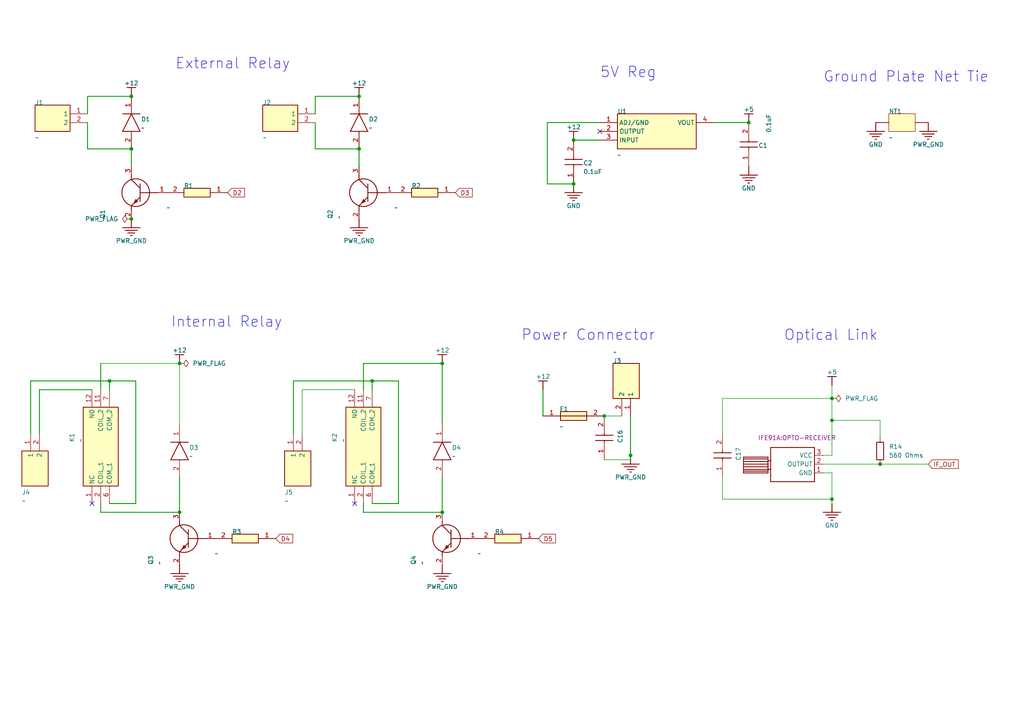
<source format=kicad_sch>
(kicad_sch (version 20211123) (generator eeschema)
  (paper "A4")
  (lib_symbols
    (symbol "Device:R" (pin_numbers hide) (pin_names (offset 0))
      (property "Reference" "R" (at 2.032 0 90))
      (property "Value" "R" (at 0 0 90))
      (symbol "R_0_1"
        (rectangle (start -1.016 -2.54) (end 1.016 2.54) (stroke (width 0.254)))
      )
      (symbol "R_1_1"
        (pin passive line (at 0 3.81 270) (length 1.27) (name "~") (number "1"))
        (pin passive line (at 0 -3.81 90) (length 1.27) (name "~") (number "2"))
      )
    )
    (symbol "FiberSimplex-eagle-import:IF-D96F"
      (property "Footprint" "IFE91A:OPTO-RECEIVER" (at -2.54 -7.62 0))
      (symbol "IF-D96F_1_0"
        (polyline (pts (xy -7.62 -4.826) (xy -7.62 5.08)) (stroke (width 0.254)))
        (polyline (pts (xy -7.62 5.08) (xy 5.08 5.08)) (stroke (width 0.254)))
        (polyline (pts (xy 5.08 -4.826) (xy -7.62 -4.826)) (stroke (width 0.254)))
        (polyline (pts (xy 5.08 -1.016) (xy 5.08 -4.826)) (stroke (width 0.254)))
        (polyline (pts (xy 5.08 1.524) (xy 5.08 -1.016)) (stroke (width 0.254)))
        (polyline (pts (xy 5.08 1.524) (xy 5.842 1.524)) (stroke (width 0.254)))
        (polyline (pts (xy 5.08 5.08) (xy 5.08 1.524)) (stroke (width 0.254)))
        (polyline (pts (xy 5.842 -2.032) (xy 5.842 2.54)) (stroke (width 0.254)))
        (polyline (pts (xy 5.842 -1.016) (xy 5.08 -1.016)) (stroke (width 0.254)))
        (polyline (pts (xy 5.842 1.524) (xy 5.842 -1.016)) (stroke (width 0.254)))
        (polyline (pts (xy 5.842 2.54) (xy 12.954 2.54)) (stroke (width 0.254)))
        (polyline (pts (xy 6.096 -1.524) (xy 12.7 -1.524)) (stroke (width 0.254)))
        (polyline (pts (xy 6.096 -0.762) (xy 12.7 -0.762)) (stroke (width 0.254)))
        (polyline (pts (xy 6.096 0) (xy 12.7 0)) (stroke (width 0.254)))
        (polyline (pts (xy 6.096 0.762) (xy 12.7 0.762)) (stroke (width 0.254)))
        (polyline (pts (xy 6.096 1.524) (xy 12.7 1.524)) (stroke (width 0.254)))
        (polyline (pts (xy 6.096 2.032) (xy 12.7 2.032)) (stroke (width 0.254)))
        (polyline (pts (xy 12.954 -2.032) (xy 5.842 -2.032)) (stroke (width 0.254)))
        (polyline (pts (xy 12.954 2.54) (xy 12.954 -2.032)) (stroke (width 0.254)))
        (pin power_in line (at -10.16 2.54 0) (length 2.54) (name "GND") (number "1"))
        (pin output line (at -10.16 0 0) (length 2.54) (name "OUTPUT") (number "2"))
        (pin power_in line (at -10.16 -2.54 0) (length 2.54) (name "VCC") (number "3"))
      )
    )
    (symbol "SafetyPCB-altium-import:+5" (power)
      (property "Reference" "#PWR" (at 0 0 0))
      (property "Value" "+5" (at 0 3.81 0))
      (symbol "+5_0_0"
        (polyline (pts (xy -1.27 -2.54) (xy 1.27 -2.54)) (stroke (width 0.254)))
        (polyline (pts (xy 0 0) (xy 0 -2.54)) (stroke (width 0.254)))
        (pin power_in line (at 0 0 0) (length 0) hide (name "+5") (number ""))
      )
    )
    (symbol "SafetyPCB-altium-import:0_06035A200KAT2A"
      (property "Value" "0_06035A200KAT2A" (at 0 0 0))
      (symbol "0_06035A200KAT2A_1_0"
        (polyline (pts (xy 5.08 0) (xy 5.588 0)) (stroke (width 0.254)))
        (polyline (pts (xy 5.588 2.54) (xy 5.588 -2.54)) (stroke (width 0.254)))
        (polyline (pts (xy 7.112 0) (xy 7.62 0)) (stroke (width 0.254)))
        (polyline (pts (xy 7.112 2.54) (xy 7.112 -2.54)) (stroke (width 0.254)))
        (pin passive line (at 0 0 0) (length 5.08) (name "1") (number "1"))
        (pin passive line (at 12.7 0 180) (length 5.08) (name "2") (number "2"))
      )
    )
    (symbol "Sheet1-altium-import:+12" (power)
      (property "Reference" "#PWR" (at 0 0 0))
      (property "Value" "+12" (at 0 3.81 0))
      (symbol "+12_0_0"
        (polyline (pts (xy -1.27 -2.54) (xy 1.27 -2.54)) (stroke (width 0.254)))
        (polyline (pts (xy 0 0) (xy 0 -2.54)) (stroke (width 0.254)))
        (pin power_in line (at 0 0 0) (length 0) hide (name "+12") (number ""))
      )
    )
    (symbol "Sheet1-altium-import:+5" (power)
      (property "Reference" "#PWR" (at 0 0 0))
      (property "Value" "+5" (at 0 3.81 0))
      (symbol "+5_0_0"
        (polyline (pts (xy -1.27 -2.54) (xy 1.27 -2.54)) (stroke (width 0.254)))
        (polyline (pts (xy 0 0) (xy 0 -2.54)) (stroke (width 0.254)))
        (pin power_in line (at 0 0 0) (length 0) hide (name "+5") (number ""))
      )
    )
    (symbol "Sheet1-altium-import:0_0678H9100-02"
      (property "Value" "0_0678H9100-02" (at 0 0 0))
      (symbol "0_0678H9100-02_1_0"
        (polyline (pts (xy 5.08 0) (xy 12.7 0)) (stroke (width 0.254)))
        (rectangle (start 12.7 1.27) (end 5.08 -1.27) (stroke (width 0.254)) (fill (type background)))
        (pin passive line (at 0 0 0) (length 5.08) (name "1") (number "1"))
        (pin passive line (at 17.78 0 180) (length 5.08) (name "2") (number "2"))
      )
    )
    (symbol "Sheet1-altium-import:0_LM1117IMPX-5.0_NOPB"
      (property "Value" "0_LM1117IMPX-5.0_NOPB" (at 0 0 0))
      (symbol "0_LM1117IMPX-5.0_NOPB_1_0"
        (rectangle (start 27.94 2.54) (end 5.08 -7.62) (stroke (width 0.254)) (fill (type background)))
        (pin passive line (at 0 0 0) (length 5.08) (name "ADJ/GND") (number "1"))
        (pin passive line (at 0 -2.54 0) (length 5.08) (name "OUTPUT") (number "2"))
        (pin passive line (at 0 -5.08 0) (length 5.08) (name "INPUT") (number "3"))
        (pin passive line (at 33.02 0 180) (length 5.08) (name "VOUT") (number "4"))
      )
    )
    (symbol "Sheet1-altium-import:0_NetTie10"
      (property "Value" "0_NetTie10" (at 0 0 0))
      (symbol "0_NetTie10_1_0"
        (rectangle (start 5.08 5.08) (end -2.54 0) (fill (type background)))
        (pin passive line (at -6.35 2.54 0) (length 3.81) (name "1") (number "1"))
        (pin passive line (at 8.89 2.54 180) (length 3.81) (name "2") (number "2"))
      )
    )
    (symbol "Sheet1-altium-import:0_mirrored_BCW66GLT1G"
      (property "Value" "0_mirrored_BCW66GLT1G" (at 0 0 0))
      (symbol "0_mirrored_BCW66GLT1G_1_0"
        (circle (center -8.89 0) (radius 4.013) (stroke (width 0.254)))
        (polyline (pts (xy -10.16 -3.81) (xy -10.16 -5.08)) (stroke (width 0.254)))
        (polyline (pts (xy -10.16 3.81) (xy -10.16 5.08)) (stroke (width 0.254)))
        (polyline (pts (xy -9.398 -3.048) (xy -8.382 -2.54)) (stroke (width 0.254)))
        (polyline (pts (xy -8.89 -2.032) (xy -9.398 -3.048)) (stroke (width 0.254)))
        (polyline (pts (xy -8.382 -2.54) (xy -8.89 -2.032)) (stroke (width 0.254)))
        (polyline (pts (xy -7.62 -1.27) (xy -10.16 -3.81)) (stroke (width 0.254)))
        (polyline (pts (xy -7.62 1.27) (xy -10.16 3.81)) (stroke (width 0.254)))
        (polyline (pts (xy -7.62 2.54) (xy -7.62 -2.54)) (stroke (width 0.254)))
        (polyline (pts (xy -2.54 0) (xy -7.62 0)) (stroke (width 0.254)))
        (pin passive line (at 0 0 180) (length 2.54) (name "B") (number "1"))
        (pin passive line (at -10.16 -7.62 90) (length 2.54) (name "E") (number "2"))
        (pin passive line (at -10.16 7.62 270) (length 2.54) (name "C") (number "3"))
      )
    )
    (symbol "Sheet1-altium-import:1_0430450200"
      (property "Value" "1_0430450200" (at 0 0 0))
      (symbol "1_0430450200_1_0"
        (rectangle (start 5.08 15.24) (end -2.54 5.08) (stroke (width 0.254)) (fill (type background)))
        (pin passive line (at 2.54 0 90) (length 5.08) (name "1") (number "1"))
        (pin passive line (at 0 0 90) (length 5.08) (name "2") (number "2"))
      )
    )
    (symbol "Sheet1-altium-import:1_1422037-2"
      (property "Value" "1_1422037-2" (at 0 0 0))
      (symbol "1_1422037-2_1_0"
        (rectangle (start 7.62 27.94) (end -2.54 5.08) (stroke (width 0.254)) (fill (type background)))
        (pin passive line (at 0 0 90) (length 5.08) (name "NC") (number "1"))
        (pin passive line (at 2.54 33.02 270) (length 5.08) (name "COIL_2") (number "11"))
        (pin passive line (at 0 33.02 270) (length 5.08) (name "NO") (number "12"))
        (pin passive line (at 2.54 0 90) (length 5.08) (name "COIL_1") (number "2"))
        (pin passive line (at 5.08 0 90) (length 5.08) (name "COM_1") (number "6"))
        (pin passive line (at 5.08 33.02 270) (length 5.08) (name "COM_2") (number "7"))
      )
    )
    (symbol "Sheet1-altium-import:1_C0603C104K3RACTU"
      (property "Value" "1_C0603C104K3RACTU" (at 0 0 0))
      (symbol "1_C0603C104K3RACTU_1_0"
        (polyline (pts (xy -2.54 5.588) (xy 2.54 5.588)) (stroke (width 0.254)))
        (polyline (pts (xy -2.54 7.112) (xy 2.54 7.112)) (stroke (width 0.254)))
        (polyline (pts (xy 0 5.08) (xy 0 5.588)) (stroke (width 0.254)))
        (polyline (pts (xy 0 7.112) (xy 0 7.62)) (stroke (width 0.254)))
        (pin passive line (at 0 0 90) (length 5.08) (name "1") (number "1"))
        (pin passive line (at 0 12.7 270) (length 5.08) (name "2") (number "2"))
      )
    )
    (symbol "Sheet1-altium-import:2_171975-0002"
      (property "Value" "2_171975-0002" (at 0 0 0))
      (symbol "2_171975-0002_1_0"
        (rectangle (start -5.08 5.08) (end -15.24 -2.54) (stroke (width 0.254)) (fill (type background)))
        (pin passive line (at 0 2.54 180) (length 5.08) (name "1") (number "1"))
        (pin passive line (at 0 0 180) (length 5.08) (name "2") (number "2"))
      )
    )
    (symbol "Sheet1-altium-import:2_RC0603DR-07270KL"
      (property "Value" "2_RC0603DR-07270KL" (at 0 0 0))
      (symbol "2_RC0603DR-07270KL_1_0"
        (rectangle (start -5.08 1.27) (end -12.7 -1.27) (stroke (width 0.254)) (fill (type background)))
        (pin passive line (at 0 0 180) (length 5.08) (name "1") (number "1"))
        (pin passive line (at -17.78 0 0) (length 5.08) (name "2") (number "2"))
      )
    )
    (symbol "Sheet1-altium-import:3_171975-0002"
      (property "Value" "3_171975-0002" (at 0 0 0))
      (symbol "3_171975-0002_1_0"
        (rectangle (start 2.54 -5.08) (end -5.08 -15.24) (stroke (width 0.254)) (fill (type background)))
        (pin passive line (at -2.54 0 270) (length 5.08) (name "1") (number "1"))
        (pin passive line (at 0 0 270) (length 5.08) (name "2") (number "2"))
      )
    )
    (symbol "Sheet1-altium-import:3_S1A"
      (property "Value" "3_S1A" (at 0 0 0))
      (symbol "3_S1A_1_0"
        (polyline (pts (xy -2.54 -10.16) (xy 0 -5.08)) (stroke (width 0.254)))
        (polyline (pts (xy 0 -5.08) (xy 2.54 -10.16)) (stroke (width 0.254)))
        (polyline (pts (xy 2.54 -10.16) (xy -2.54 -10.16)) (stroke (width 0.254)))
        (polyline (pts (xy 2.54 -5.08) (xy -2.54 -5.08)) (stroke (width 0.254)))
        (pin passive line (at 0 0 270) (length 5.08) (name "K") (number "1"))
        (pin passive line (at 0 -15.24 90) (length 5.08) (name "A") (number "2"))
      )
    )
    (symbol "Sheet1-altium-import:GND" (power)
      (property "Reference" "#PWR" (at 0 0 0))
      (property "Value" "GND" (at 0 6.35 0))
      (symbol "GND_0_0"
        (polyline (pts (xy -2.54 -2.54) (xy 2.54 -2.54)) (stroke (width 0.254)))
        (polyline (pts (xy -1.778 -3.302) (xy 1.778 -3.302)) (stroke (width 0.254)))
        (polyline (pts (xy -1.016 -4.064) (xy 1.016 -4.064)) (stroke (width 0.254)))
        (polyline (pts (xy -0.254 -4.826) (xy 0.254 -4.826)) (stroke (width 0.254)))
        (polyline (pts (xy 0 0) (xy 0 -2.54)) (stroke (width 0.254)))
        (pin power_in line (at 0 0 0) (length 0) hide (name "GND") (number ""))
      )
    )
    (symbol "Sheet1-altium-import:PWR_GND" (power)
      (property "Reference" "#PWR" (at 0 0 0))
      (property "Value" "PWR_GND" (at 0 6.35 0))
      (symbol "PWR_GND_0_0"
        (polyline (pts (xy -2.54 -2.54) (xy 2.54 -2.54)) (stroke (width 0.254)))
        (polyline (pts (xy -1.778 -3.302) (xy 1.778 -3.302)) (stroke (width 0.254)))
        (polyline (pts (xy -1.016 -4.064) (xy 1.016 -4.064)) (stroke (width 0.254)))
        (polyline (pts (xy -0.254 -4.826) (xy 0.254 -4.826)) (stroke (width 0.254)))
        (polyline (pts (xy 0 0) (xy 0 -2.54)) (stroke (width 0.254)))
        (pin power_in line (at 0 0 0) (length 0) hide (name "PWR_GND") (number ""))
      )
    )
    (symbol "power:PWR_FLAG" (power) (pin_numbers hide) (pin_names (offset 0) hide)
      (property "Value" "PWR_FLAG" (at 0 3.81 0))
      (symbol "PWR_FLAG_0_0"
        (pin power_out line (at 0 0 90) (length 0) (name "pwr") (number "1"))
      )
      (symbol "PWR_FLAG_0_1"
        (polyline (pts (xy 0 0) (xy 0 1.27) (xy -1.016 1.905) (xy 0 2.54) (xy 1.016 1.905) (xy 0 1.27)))
      )
    )
  )
  (junction (at 52.07 105.41))
  (junction (at 128.27 148.59))
  (junction (at 175.26 120.65))
  (junction (at 52.07 148.59))
  (junction (at 241.3 115.57))
  (junction (at 166.37 40.64))
  (junction (at 38.1 63.5))
  (junction (at 104.14 43.18))
  (junction (at 107.95 110.49))
  (junction (at 241.3 121.92))
  (junction (at 182.88 132.08))
  (junction (at 128.27 105.41))
  (junction (at 104.14 27.94))
  (junction (at 38.1 43.18))
  (junction (at 38.1 27.94))
  (junction (at 166.37 53.34))
  (junction (at 217.17 35.56))
  (junction (at 31.75 110.49))
  (junction (at 241.3 144.78))
  (junction (at 255.27 134.62))
  (no_connect (at 102.87 146.05))
  (no_connect (at 26.67 146.05))
  (no_connect (at 173.99 38.1))
  (wire (pts (xy 29.21 148.59) (xy 29.21 146.05)) (stroke (width 0.254)))
  (wire (pts (xy 39.37 146.05) (xy 39.37 110.49)) (stroke (width 0.254)))
  (wire (pts (xy 255.27 134.62) (xy 269.24 134.62)))
  (wire (pts (xy 105.41 113.03) (xy 105.41 105.41)) (stroke (width 0.254)))
  (wire (pts (xy 166.37 53.34) (xy 158.75 53.34)) (stroke (width 0.254)))
  (wire (pts (xy 31.75 110.49) (xy 8.89 110.49)) (stroke (width 0.254)))
  (wire (pts (xy 255.27 121.92) (xy 241.3 121.92)))
  (wire (pts (xy 209.55 144.78) (xy 241.3 144.78)))
  (wire (pts (xy 91.44 27.94) (xy 104.14 27.94)) (stroke (width 0.254)))
  (wire (pts (xy 107.95 110.49) (xy 85.09 110.49)) (stroke (width 0.254)))
  (wire (pts (xy 158.75 35.56) (xy 173.99 35.56)) (stroke (width 0.254)))
  (wire (pts (xy 29.21 113.03) (xy 29.21 105.41)) (stroke (width 0.254)))
  (wire (pts (xy 107.95 113.03) (xy 107.95 110.49)) (stroke (width 0.254)))
  (wire (pts (xy 52.07 105.41) (xy 52.07 123.19)))
  (wire (pts (xy 11.43 113.03) (xy 26.67 113.03)) (stroke (width 0.254)))
  (wire (pts (xy 173.99 40.64) (xy 166.37 40.64)) (stroke (width 0.254)))
  (wire (pts (xy 25.4 43.18) (xy 38.1 43.18)) (stroke (width 0.254)))
  (wire (pts (xy 115.57 110.49) (xy 107.95 110.49)) (stroke (width 0.254)))
  (wire (pts (xy 182.88 133.35) (xy 182.88 132.08)))
  (wire (pts (xy 175.26 133.35) (xy 182.88 133.35)))
  (wire (pts (xy 238.76 132.08) (xy 241.3 132.08)))
  (wire (pts (xy 25.4 35.56) (xy 25.4 43.18)) (stroke (width 0.254)))
  (wire (pts (xy 25.4 27.94) (xy 38.1 27.94)) (stroke (width 0.254)))
  (wire (pts (xy 115.57 146.05) (xy 115.57 110.49)) (stroke (width 0.254)))
  (wire (pts (xy 157.48 113.03) (xy 157.48 120.65)) (stroke (width 0.254)))
  (wire (pts (xy 105.41 105.41) (xy 128.27 105.41)) (stroke (width 0.254)))
  (wire (pts (xy 29.21 105.41) (xy 52.07 105.41)))
  (wire (pts (xy 128.27 148.59) (xy 105.41 148.59)) (stroke (width 0.254)))
  (wire (pts (xy 91.44 35.56) (xy 91.44 43.18)) (stroke (width 0.254)))
  (wire (pts (xy 38.1 43.18) (xy 38.1 48.26)) (stroke (width 0.254)))
  (wire (pts (xy 87.63 113.03) (xy 87.63 125.73)))
  (wire (pts (xy 158.75 53.34) (xy 158.75 35.56)) (stroke (width 0.254)))
  (wire (pts (xy 241.3 111.76) (xy 241.3 115.57)))
  (wire (pts (xy 241.3 121.92) (xy 241.3 132.08)))
  (wire (pts (xy 31.75 146.05) (xy 39.37 146.05)) (stroke (width 0.254)))
  (wire (pts (xy 8.89 110.49) (xy 8.89 125.73)) (stroke (width 0.254)))
  (wire (pts (xy 102.87 113.03) (xy 87.63 113.03)))
  (wire (pts (xy 241.3 144.78) (xy 241.3 146.05)))
  (wire (pts (xy 182.88 132.08) (xy 182.88 130.81)))
  (wire (pts (xy 91.44 43.18) (xy 104.14 43.18)) (stroke (width 0.254)))
  (wire (pts (xy 207.01 35.56) (xy 217.17 35.56)) (stroke (width 0.254)))
  (wire (pts (xy 209.55 115.57) (xy 209.55 125.73)))
  (wire (pts (xy 104.14 43.18) (xy 104.14 48.26)) (stroke (width 0.254)))
  (wire (pts (xy 128.27 105.41) (xy 128.27 123.19)) (stroke (width 0.254)))
  (wire (pts (xy 238.76 134.62) (xy 255.27 134.62)))
  (wire (pts (xy 11.43 125.73) (xy 11.43 113.03)) (stroke (width 0.254)))
  (wire (pts (xy 209.55 115.57) (xy 241.3 115.57)))
  (wire (pts (xy 241.3 115.57) (xy 241.3 121.92)))
  (wire (pts (xy 175.26 120.65) (xy 180.34 120.65)))
  (wire (pts (xy 241.3 137.16) (xy 241.3 144.78)))
  (wire (pts (xy 238.76 137.16) (xy 241.3 137.16)))
  (wire (pts (xy 182.88 120.65) (xy 182.88 132.08)) (stroke (width 0.254)))
  (wire (pts (xy 39.37 110.49) (xy 31.75 110.49)) (stroke (width 0.254)))
  (wire (pts (xy 52.07 138.43) (xy 52.07 148.59)) (stroke (width 0.254)))
  (wire (pts (xy 255.27 127) (xy 255.27 121.92)))
  (wire (pts (xy 91.44 33.02) (xy 91.44 27.94)) (stroke (width 0.254)))
  (wire (pts (xy 31.75 113.03) (xy 31.75 110.49)) (stroke (width 0.254)))
  (wire (pts (xy 128.27 138.43) (xy 128.27 148.59)) (stroke (width 0.254)))
  (wire (pts (xy 52.07 148.59) (xy 29.21 148.59)) (stroke (width 0.254)))
  (wire (pts (xy 209.55 138.43) (xy 209.55 144.78)))
  (wire (pts (xy 105.41 148.59) (xy 105.41 146.05)) (stroke (width 0.254)))
  (wire (pts (xy 25.4 33.02) (xy 25.4 27.94)) (stroke (width 0.254)))
  (wire (pts (xy 85.09 110.49) (xy 85.09 125.73)) (stroke (width 0.254)))
  (wire (pts (xy 166.37 50.8) (xy 166.37 53.34)) (stroke (width 0.254)))
  (wire (pts (xy 107.95 146.05) (xy 115.57 146.05)) (stroke (width 0.254)))
  (text "Internal Relay" (at 49.53 95.25 180) (effects (font (size 3.048 3.048)) (justify left bottom)))
  (text "Power Connector" (at 151.13 99.06 180) (effects (font (size 3.048 3.048)) (justify left bottom)))
  (text "Optical Link\n" (at 227.33 99.06 0) (effects (font (size 3 3)) (justify left bottom)))
  (text "Ground Plate Net Tie" (at 238.76 24.13 0) (effects (font (size 3 3)) (justify left bottom)))
  (text "5V Reg" (at 173.99 22.86 180) (effects (font (size 3.048 3.048)) (justify left bottom)))
  (text "External Relay" (at 50.8 20.32 180) (effects (font (size 3.048 3.048)) (justify left bottom)))
  (global_label "IF_OUT" (shape input) (at 269.24 134.62 0) (property "Intersheet References" "${INTERSHEET_REFS}" (effects hide)))
  (global_label "D4" (shape input) (at 80.01 156.21 0) (property "Intersheet References" "${INTERSHEET_REFS}" (effects hide)))
  (global_label "D5" (shape input) (at 156.21 156.21 0) (property "Intersheet References" "${INTERSHEET_REFS}" (effects hide)))
  (global_label "D2" (shape input) (at 66.04 55.88 0) (property "Intersheet References" "${INTERSHEET_REFS}" (effects hide)))
  (global_label "D3" (shape input) (at 132.08 55.88 0) (property "Intersheet References" "${INTERSHEET_REFS}" (effects hide)))
  (symbol (lib_id "Sheet1-altium-import:3_S1A") (at 128.27 123.19 0) (unit 1)
    (property "Reference" "D4" (at 131.064 130.556 0) (effects (justify left bottom)))
    (property "Value" "~" (at 131.064 133.096 0) (effects (justify left bottom)))
    (property "Footprint" "S1M:DIOM4325X250N_Safety" (effects hide))
    (property "DATASHEET LINK" "http://www.onsemi.com/pub/Collateral/S1M-D.pdf" (effects hide))
    (property "HEIGHT" "2.7mm" (effects hide))
    (property "MANUFACTURER_NAME" "ON Semiconductor" (effects hide))
    (property "digikey part number" "S1A" (effects hide))
    (property "MOUSER PART NUMBER" "512-S1A" (effects hide))
    (property "MOUSER PRICE/STOCK" "https://www.mouser.co.uk/ProductDetail/ON-Semiconductor-Fairchild/S1A/?qs=RJwZ8kJo1mjAagviH5vK9g%3D%3D" (effects hide))
    (property "ARROW PART NUMBER" "S1A" (effects hide))
    (property "ARROW PRICE/STOCK" "https://www.arrow.com/en/products/s1a/on-semiconductor" (effects hide))
  )
  (symbol (lib_id "SafetyPCB-altium-import:0_06035A200KAT2A") (at 175.26 133.35 90) (unit 1)
    (property "Reference" "C16" (at 180.594 128.524 0) (effects (justify left bottom)))
    (property "Value" "0.1uF" (effects hide))
    (property "Footprint" "Capacitor_SMD:C_0603_1608Metric" (effects hide))
    (property "DATASHEET LINK" "https://content.kemet.com/datasheets/KEM_C1002_X7R_SMD.pdf" (effects hide))
    (property "HEIGHT" "0.95mm" (effects hide))
    (property "MANUFACTURER_NAME" "Kemet" (effects hide))
    (property "digikey part number" "399-C0603C104K3RAC7867TR-ND" (effects hide))
    (property "MOUSER PART NUMBER" "80-C0603C104K3R" (effects hide))
    (property "MOUSER PRICE/STOCK" "https://www.mouser.co.uk/ProductDetail/KEMET/C0603C104K3RACTU/?qs=l5k%252BbMnNDklvfdneglCDAg%3D%3D" (effects hide))
    (property "ARROW PART NUMBER" "C0603C104K3RACTU" (effects hide))
    (property "ARROW PRICE/STOCK" "https://www.arrow.com/en/products/c0603c104k3ractu/kemet-corporation" (effects hide))
  )
  (symbol (lib_id "Sheet1-altium-import:GND") (at 166.37 53.34 0) (unit 1)
    (property "Reference" "#PWR0103" (effects hide))
    (property "Value" "GND" (at 166.37 59.69 0))
  )
  (symbol (lib_id "SafetyPCB-altium-import:+5") (at 241.3 111.76 180) (unit 1)
    (property "Reference" "#PWR01" (effects hide))
    (property "Value" "+5" (at 241.3 107.95 0))
  )
  (symbol (lib_id "Sheet1-altium-import:2_171975-0002") (at 25.4 35.56 0) (unit 1)
    (property "Reference" "J1" (at 10.16 30.48 0) (effects (justify left bottom)))
    (property "Value" "~" (at 10.16 40.64 0) (effects (justify left bottom)))
    (property "Footprint" "1719750002:MOLEX_1719750002" (effects hide))
    (property "DATASHEET LINK" "https://www.molex.com/pdm_docs/sd/1719750002_sd.pdf" (effects hide))
    (property "HEIGHT" "7.38mm" (effects hide))
    (property "MANUFACTURER_NAME" "Molex" (effects hide))
    (property "digikey part number" "171975-0002" (effects hide))
    (property "MOUSER PART NUMBER" "538-171975-0002" (effects hide))
    (property "MOUSER PRICE/STOCK" "https://www.mouser.co.uk/ProductDetail/Molex/171975-0002?qs=lc2O%252BfHJPVZp75AIAAjPAw%3D%3D" (effects hide))
  )
  (symbol (lib_id "Sheet1-altium-import:GND") (at 241.3 146.05 0) (unit 1)
    (property "Reference" "#PWR02" (effects hide))
    (property "Value" "GND" (at 241.3 152.4 0))
  )
  (symbol (lib_id "Sheet1-altium-import:+12") (at 104.14 27.94 180) (unit 1)
    (property "Reference" "#PWR0113" (effects hide))
    (property "Value" "+12" (at 104.14 24.13 0))
  )
  (symbol (lib_id "Sheet1-altium-import:3_S1A") (at 104.14 27.94 0) (unit 1)
    (property "Reference" "D2" (at 106.934 35.306 0) (effects (justify left bottom)))
    (property "Value" "~" (at 106.934 37.846 0) (effects (justify left bottom)))
    (property "Footprint" "S1M:DIOM4325X250N_Safety" (effects hide))
    (property "DATASHEET LINK" "http://www.onsemi.com/pub/Collateral/S1M-D.pdf" (effects hide))
    (property "HEIGHT" "2.7mm" (effects hide))
    (property "MANUFACTURER_NAME" "ON Semiconductor" (effects hide))
    (property "digikey part number" "S1A" (effects hide))
    (property "MOUSER PART NUMBER" "512-S1A" (effects hide))
    (property "MOUSER PRICE/STOCK" "https://www.mouser.co.uk/ProductDetail/ON-Semiconductor-Fairchild/S1A/?qs=RJwZ8kJo1mjAagviH5vK9g%3D%3D" (effects hide))
    (property "ARROW PART NUMBER" "S1A" (effects hide))
    (property "ARROW PRICE/STOCK" "https://www.arrow.com/en/products/s1a/on-semiconductor" (effects hide))
  )
  (symbol (lib_id "Sheet1-altium-import:3_S1A") (at 52.07 123.19 0) (unit 1)
    (property "Reference" "D3" (at 54.864 130.556 0) (effects (justify left bottom)))
    (property "Value" "~" (at 54.864 133.096 0) (effects (justify left bottom)))
    (property "Footprint" "S1M:DIOM4325X250N_Safety" (effects hide))
    (property "DATASHEET LINK" "http://www.onsemi.com/pub/Collateral/S1M-D.pdf" (effects hide))
    (property "HEIGHT" "2.7mm" (effects hide))
    (property "MANUFACTURER_NAME" "ON Semiconductor" (effects hide))
    (property "digikey part number" "S1A" (effects hide))
    (property "MOUSER PART NUMBER" "512-S1A" (effects hide))
    (property "MOUSER PRICE/STOCK" "https://www.mouser.co.uk/ProductDetail/ON-Semiconductor-Fairchild/S1A/?qs=RJwZ8kJo1mjAagviH5vK9g%3D%3D" (effects hide))
    (property "ARROW PART NUMBER" "S1A" (effects hide))
    (property "ARROW PRICE/STOCK" "https://www.arrow.com/en/products/s1a/on-semiconductor" (effects hide))
  )
  (symbol (lib_id "SafetyPCB-altium-import:0_06035A200KAT2A") (at 209.55 138.43 90) (unit 1)
    (property "Reference" "C17" (at 214.884 133.604 0) (effects (justify left bottom)))
    (property "Value" "0.1uF" (effects hide))
    (property "Footprint" "Capacitor_SMD:C_0603_1608Metric" (effects hide))
    (property "DATASHEET LINK" "https://content.kemet.com/datasheets/KEM_C1002_X7R_SMD.pdf" (effects hide))
    (property "HEIGHT" "0.95mm" (effects hide))
    (property "MANUFACTURER_NAME" "Kemet" (effects hide))
    (property "digikey part number" "399-C0603C104K3RAC7867TR-ND" (effects hide))
    (property "MOUSER PART NUMBER" "80-C0603C104K3R" (effects hide))
    (property "MOUSER PRICE/STOCK" "https://www.mouser.co.uk/ProductDetail/KEMET/C0603C104K3RACTU/?qs=l5k%252BbMnNDklvfdneglCDAg%3D%3D" (effects hide))
    (property "ARROW PART NUMBER" "C0603C104K3RACTU" (effects hide))
    (property "ARROW PRICE/STOCK" "https://www.arrow.com/en/products/c0603c104k3ractu/kemet-corporation" (effects hide))
  )
  (symbol (lib_id "Device:R") (at 255.27 130.81 0) (unit 1)
    (property "Reference" "R14" (at 257.81 129.5399 0) (effects (justify left)))
    (property "Value" "560 Ohms" (at 257.81 132.0799 0) (effects (justify left)))
    (property "Footprint" "Resistor_SMD:R_0603_1608Metric" (effects hide))
  )
  (symbol (lib_id "Sheet1-altium-import:1_1422037-2") (at 102.87 146.05 0) (unit 1)
    (property "Reference" "K2" (at 97.79 128.27 90) (effects (justify left bottom)))
    (property "Value" "~" (at 100.33 128.27 90) (effects (justify left bottom)))
    (property "Footprint" "footprints:1422037-2" (effects hide))
    (property "DATASHEET LINK" "https://www.te.com/commerce/DocumentDelivery/DDEController?Action=srchrtrv&DocNm=108-98010&DocType=SS&DocLang=EN" (effects hide))
    (property "HEIGHT" "11.7mm" (effects hide))
    (property "MANUFACTURER_NAME" "TE Connectivity" (effects hide))
    (property "MANUFACTURER_PART_NUMBER" "1422037-2" (effects hide))
    (property "MOUSER PART NUMBER" "655-1422037-2" (effects hide))
    (property "MOUSER PRICE/STOCK" "https://www.mouser.com/Search/Refine.aspx?Keyword=655-1422037-2" (effects hide))
  )
  (symbol (lib_id "Sheet1-altium-import:GND") (at 254 35.56 0) (unit 1)
    (property "Reference" "#PWR0105" (effects hide))
    (property "Value" "GND" (at 254 41.91 0))
  )
  (symbol (lib_id "Sheet1-altium-import:GND") (at 217.17 48.26 0) (unit 1)
    (property "Reference" "#PWR0108" (effects hide))
    (property "Value" "GND" (at 217.17 54.61 0))
  )
  (symbol (lib_id "Sheet1-altium-import:1_0430450200") (at 180.34 120.65 0) (unit 1)
    (property "Reference" "J3" (at 177.8 105.41 0) (effects (justify left bottom)))
    (property "Value" "~" (at 177.8 102.87 0) (effects (justify left bottom)))
    (property "Footprint" "Connector_Molex:Molex_Micro-Fit_3.0_43045-0200_2x01_P3.00mm_Horizontal" (effects hide))
    (property "DATASHEET LINK" "http://www.molex.com/webdocs/datasheets/pdf/en-us//0430450200_PCB_HEADERS.pdf" (effects hide))
    (property "MANUFACTURER_NAME" "Molex" (effects hide))
    (property "MANUFACTURER_PART_NUMBER" "0430450200" (effects hide))
    (property "MOUSER PART NUMBER" "N/A" (effects hide))
    (property "MOUSER PRICE/STOCK" "https://www.mouser.com/Search/Refine.aspx?Keyword=N%2FA" (effects hide))
    (property "ARROW PART NUMBER" "0430450200" (effects hide))
    (property "ARROW PRICE/STOCK" "https://www.arrow.com/en/products/0430450200/molex" (effects hide))
  )
  (symbol (lib_id "Sheet1-altium-import:PWR_GND") (at 128.27 163.83 0) (unit 1)
    (property "Reference" "#PWR0116" (effects hide))
    (property "Value" "PWR_GND" (at 128.27 170.18 0))
  )
  (symbol (lib_id "Sheet1-altium-import:3_171975-0002") (at 11.43 125.73 0) (unit 1)
    (property "Reference" "J4" (at 6.35 143.51 0) (effects (justify left bottom)))
    (property "Value" "~" (at 6.35 146.05 0) (effects (justify left bottom)))
    (property "Footprint" "1719750002:MOLEX_1719750002" (effects hide))
    (property "DATASHEET LINK" "https://www.molex.com/pdm_docs/sd/1719750002_sd.pdf" (effects hide))
    (property "HEIGHT" "7.38mm" (effects hide))
    (property "MANUFACTURER_NAME" "Molex" (effects hide))
    (property "MANUFACTURER_PART_NUMBER" "171975-0002" (effects hide))
    (property "MOUSER PART NUMBER" "538-171975-0002" (effects hide))
    (property "MOUSER PRICE/STOCK" "https://www.mouser.co.uk/ProductDetail/Molex/171975-0002?qs=lc2O%252BfHJPVZp75AIAAjPAw%3D%3D" (effects hide))
  )
  (symbol (lib_id "Sheet1-altium-import:+5") (at 217.17 35.56 180) (unit 1)
    (property "Reference" "#PWR0109" (effects hide))
    (property "Value" "+5" (at 217.17 31.75 0))
  )
  (symbol (lib_id "Sheet1-altium-import:1_C0603C104K3RACTU") (at 166.37 53.34 0) (unit 1)
    (property "Reference" "C2" (at 169.164 48.006 0) (effects (justify left bottom)))
    (property "Value" "0.1uF" (at 169.164 50.546 0) (effects (justify left bottom)))
    (property "Footprint" "Capacitor_SMD:C_0603_1608Metric" (effects hide))
    (property "DATASHEET LINK" "https://content.kemet.com/datasheets/KEM_C1002_X7R_SMD.pdf" (effects hide))
    (property "HEIGHT" "0.95mm" (effects hide))
    (property "MANUFACTURER_NAME" "Kemet" (effects hide))
    (property "digikey part number" "C0603C104K3RACTU" (effects hide))
    (property "MOUSER PART NUMBER" "80-C0603C104K3R" (effects hide))
    (property "MOUSER PRICE/STOCK" "https://www.mouser.co.uk/ProductDetail/KEMET/C0603C104K3RACTU/?qs=l5k%252BbMnNDklvfdneglCDAg%3D%3D" (effects hide))
    (property "ARROW PART NUMBER" "C0603C104K3RACTU" (effects hide))
    (property "ARROW PRICE/STOCK" "https://www.arrow.com/en/products/c0603c104k3ractu/kemet-corporation" (effects hide))
  )
  (symbol (lib_id "Sheet1-altium-import:0_mirrored_BCW66GLT1G") (at 48.26 55.88 0) (unit 1)
    (property "Reference" "Q1" (at 30.48 63.5 90) (effects (justify left bottom)))
    (property "Value" "~" (at 33.02 63.5 90) (effects (justify left bottom)))
    (property "Footprint" "SOT95P237X111-3N:SOT95P237X111-3N" (effects hide))
    (property "DATASHEET LINK" "http://www.onsemi.com/pub/Collateral/BCW66GLT1-D.PDF" (effects hide))
    (property "HEIGHT" "1.11mm" (effects hide))
    (property "MANUFACTURER_NAME" "ON Semiconductor" (effects hide))
    (property "MANUFACTURER_PART_NUMBER" "BCW66GLT1G" (effects hide))
    (property "MOUSER PART NUMBER" "863-BCW66GLT1G" (effects hide))
    (property "MOUSER PRICE/STOCK" "https://www.mouser.co.uk/ProductDetail/ON-Semiconductor/BCW66GLT1G?qs=R2UZ7gjkEjKs0bN2RlXbWw%3D%3D" (effects hide))
    (property "ARROW PART NUMBER" "BCW66GLT1G" (effects hide))
    (property "ARROW PRICE/STOCK" "https://www.arrow.com/en/products/bcw66glt1g/on-semiconductor" (effects hide))
  )
  (symbol (lib_id "power:PWR_FLAG") (at 38.1 63.5 90) (unit 1)
    (property "Reference" "#FLG0101" (effects hide))
    (property "Value" "PWR_FLAG" (at 34.29 63.4999 90) (effects (justify left)))
  )
  (symbol (lib_id "Sheet1-altium-import:1_C0603C104K3RACTU") (at 217.17 48.26 0) (unit 1)
    (property "Reference" "C1" (at 219.964 42.926 0) (effects (justify left bottom)))
    (property "Value" "0.1uF" (at 222.25 33.02 90) (effects (justify right top)))
    (property "Footprint" "Capacitor_SMD:C_0603_1608Metric" (effects hide))
    (property "DATASHEET LINK" "https://content.kemet.com/datasheets/KEM_C1002_X7R_SMD.pdf" (effects hide))
    (property "HEIGHT" "0.95mm" (effects hide))
    (property "MANUFACTURER_NAME" "Kemet" (effects hide))
    (property "digikey part number" "C0603C104K3RACTU" (effects hide))
    (property "MOUSER PART NUMBER" "80-C0603C104K3R" (effects hide))
    (property "MOUSER PRICE/STOCK" "https://www.mouser.co.uk/ProductDetail/KEMET/C0603C104K3RACTU/?qs=l5k%252BbMnNDklvfdneglCDAg%3D%3D" (effects hide))
    (property "ARROW PART NUMBER" "C0603C104K3RACTU" (effects hide))
    (property "ARROW PRICE/STOCK" "https://www.arrow.com/en/products/c0603c104k3ractu/kemet-corporation" (effects hide))
  )
  (symbol (lib_id "Sheet1-altium-import:PWR_GND") (at 38.1 63.5 0) (unit 1)
    (property "Reference" "#PWR0110" (effects hide))
    (property "Value" "PWR_GND" (at 38.1 69.85 0))
  )
  (symbol (lib_id "power:PWR_FLAG") (at 52.07 105.41 270) (unit 1)
    (property "Reference" "#FLG0102" (effects hide))
    (property "Value" "PWR_FLAG" (at 55.88 105.4099 90) (effects (justify left)))
  )
  (symbol (lib_id "Sheet1-altium-import:2_RC0603DR-07270KL") (at 156.21 156.21 0) (unit 1)
    (property "Reference" "R4" (at 143.51 154.94 0) (effects (justify left bottom)))
    (property "Value" "~" (at 138.43 161.29 0) (effects (justify left bottom)))
    (property "Footprint" "Resistor_SMD:R_0603_1608Metric" (effects hide))
    (property "DATASHEET LINK" "http://www.yageo.com/documents/recent/PYu-RC0603_51_RoHS_L_v5.pdf" (effects hide))
    (property "HEIGHT" "0.55mm" (effects hide))
    (property "MANUFACTURER_NAME" "YAGEO (PHYCOMP)" (effects hide))
    (property "MANUFACTURER_PART_NUMBER" "RC0603DR-07270KL" (effects hide))
    (property "ARROW PART NUMBER" "RC0603DR-07270KL" (effects hide))
    (property "ARROW PRICE/STOCK" "https://www.arrow.com/en/products/rc0603dr-07270kl/yageo" (effects hide))
  )
  (symbol (lib_id "Sheet1-altium-import:0_mirrored_BCW66GLT1G") (at 114.3 55.88 0) (unit 1)
    (property "Reference" "Q2" (at 96.52 63.5 90) (effects (justify left bottom)))
    (property "Value" "~" (at 99.06 63.5 90) (effects (justify left bottom)))
    (property "Footprint" "SOT95P237X111-3N:SOT95P237X111-3N" (effects hide))
    (property "DATASHEET LINK" "http://www.onsemi.com/pub/Collateral/BCW66GLT1-D.PDF" (effects hide))
    (property "HEIGHT" "1.11mm" (effects hide))
    (property "MANUFACTURER_NAME" "ON Semiconductor" (effects hide))
    (property "MANUFACTURER_PART_NUMBER" "BCW66GLT1G" (effects hide))
    (property "MOUSER PART NUMBER" "863-BCW66GLT1G" (effects hide))
    (property "MOUSER PRICE/STOCK" "https://www.mouser.co.uk/ProductDetail/ON-Semiconductor/BCW66GLT1G?qs=R2UZ7gjkEjKs0bN2RlXbWw%3D%3D" (effects hide))
    (property "ARROW PART NUMBER" "BCW66GLT1G" (effects hide))
    (property "ARROW PRICE/STOCK" "https://www.arrow.com/en/products/bcw66glt1g/on-semiconductor" (effects hide))
  )
  (symbol (lib_id "Sheet1-altium-import:2_171975-0002") (at 91.44 35.56 0) (unit 1)
    (property "Reference" "J2" (at 76.2 30.48 0) (effects (justify left bottom)))
    (property "Value" "~" (at 76.2 40.64 0) (effects (justify left bottom)))
    (property "Footprint" "1719750002:MOLEX_1719750002" (effects hide))
    (property "DATASHEET LINK" "https://www.molex.com/pdm_docs/sd/1719750002_sd.pdf" (effects hide))
    (property "HEIGHT" "7.38mm" (effects hide))
    (property "MANUFACTURER_NAME" "Molex" (effects hide))
    (property "MANUFACTURER_PART_NUMBER" "171975-0002" (effects hide))
    (property "MOUSER PART NUMBER" "538-171975-0002" (effects hide))
    (property "MOUSER PRICE/STOCK" "https://www.mouser.co.uk/ProductDetail/Molex/171975-0002?qs=lc2O%252BfHJPVZp75AIAAjPAw%3D%3D" (effects hide))
  )
  (symbol (lib_id "Sheet1-altium-import:0_mirrored_BCW66GLT1G") (at 62.23 156.21 0) (unit 1)
    (property "Reference" "Q3" (at 44.45 163.83 90) (effects (justify left bottom)))
    (property "Value" "~" (at 46.99 163.83 90) (effects (justify left bottom)))
    (property "Footprint" "SOT95P237X111-3N:SOT95P237X111-3N" (effects hide))
    (property "DATASHEET LINK" "http://www.onsemi.com/pub/Collateral/BCW66GLT1-D.PDF" (effects hide))
    (property "HEIGHT" "1.11mm" (effects hide))
    (property "MANUFACTURER_NAME" "ON Semiconductor" (effects hide))
    (property "MANUFACTURER_PART_NUMBER" "BCW66GLT1G" (effects hide))
    (property "MOUSER PART NUMBER" "863-BCW66GLT1G" (effects hide))
    (property "MOUSER PRICE/STOCK" "https://www.mouser.co.uk/ProductDetail/ON-Semiconductor/BCW66GLT1G?qs=R2UZ7gjkEjKs0bN2RlXbWw%3D%3D" (effects hide))
    (property "ARROW PART NUMBER" "BCW66GLT1G" (effects hide))
    (property "ARROW PRICE/STOCK" "https://www.arrow.com/en/products/bcw66glt1g/on-semiconductor" (effects hide))
  )
  (symbol (lib_id "Sheet1-altium-import:0_NetTie10") (at 260.35 38.1 0) (unit 1)
    (property "Reference" "NT1" (at 257.81 33.02 0) (effects (justify left bottom)))
    (property "Value" "~" (at 257.81 40.64 0) (effects (justify left bottom)))
    (property "Footprint" "NetTie" (effects hide))
  )
  (symbol (lib_id "Sheet1-altium-import:+12") (at 52.07 105.41 180) (unit 1)
    (property "Reference" "#PWR0115" (effects hide))
    (property "Value" "+12" (at 52.07 101.6 0))
  )
  (symbol (lib_id "Sheet1-altium-import:0_LM1117IMPX-5.0_NOPB") (at 173.99 35.56 0) (unit 1)
    (property "Reference" "U1" (at 179.07 33.02 0) (effects (justify left bottom)))
    (property "Value" "~" (at 179.07 45.72 0) (effects (justify left bottom)))
    (property "Footprint" "LM1117IMPX-5:SOT230P700X180-4N" (effects hide))
    (property "DATASHEET LINK" "http://www.ti.com/lit/gpn/lm1117" (effects hide))
    (property "HEIGHT" "1.8mm" (effects hide))
    (property "MANUFACTURER_NAME" "Texas Instruments" (effects hide))
    (property "MANUFACTURER_PART_NUMBER" "LM1117IMPX-5.0/NOPB" (effects hide))
    (property "MOUSER PART NUMBER" "926-LM1117IMPX50NOPB" (effects hide))
    (property "MOUSER PRICE/STOCK" "https://www.mouser.co.uk/ProductDetail/Texas-Instruments/LM1117IMPX-50-NOPB?qs=X1J7HmVL2ZGGwLlD0uGqKQ%3D%3D" (effects hide))
    (property "ARROW PART NUMBER" "LM1117IMPX-5.0/NOPB" (effects hide))
    (property "ARROW PRICE/STOCK" "https://www.arrow.com/en/products/lm1117impx-5.0nopb/texas-instruments" (effects hide))
  )
  (symbol (lib_id "FiberSimplex-eagle-import:IF-D96F") (at 228.6 134.62 180) (unit 1)
    (property "Reference" "U$1" (effects hide))
    (property "Value" "IF-D96F" (effects hide))
    (property "Footprint" "IFE91A:OPTO-RECEIVER" (at 231.14 127 0))
  )
  (symbol (lib_id "Sheet1-altium-import:+12") (at 38.1 27.94 180) (unit 1)
    (property "Reference" "#PWR0112" (effects hide))
    (property "Value" "+12" (at 38.1 24.13 0))
  )
  (symbol (lib_id "Sheet1-altium-import:2_RC0603DR-07270KL") (at 80.01 156.21 0) (unit 1)
    (property "Reference" "R3" (at 67.31 154.94 0) (effects (justify left bottom)))
    (property "Value" "~" (at 62.23 161.29 0) (effects (justify left bottom)))
    (property "Footprint" "Resistor_SMD:R_0603_1608Metric" (effects hide))
    (property "DATASHEET LINK" "http://www.yageo.com/documents/recent/PYu-RC0603_51_RoHS_L_v5.pdf" (effects hide))
    (property "HEIGHT" "0.55mm" (effects hide))
    (property "MANUFACTURER_NAME" "YAGEO (PHYCOMP)" (effects hide))
    (property "MANUFACTURER_PART_NUMBER" "RC0603DR-07270KL" (effects hide))
    (property "ARROW PART NUMBER" "RC0603DR-07270KL" (effects hide))
    (property "ARROW PRICE/STOCK" "https://www.arrow.com/en/products/rc0603dr-07270kl/yageo" (effects hide))
  )
  (symbol (lib_id "Sheet1-altium-import:2_RC0603DR-07270KL") (at 132.08 55.88 0) (unit 1)
    (property "Reference" "R2" (at 119.38 54.61 0) (effects (justify left bottom)))
    (property "Value" "~" (at 114.3 60.96 0) (effects (justify left bottom)))
    (property "Footprint" "Resistor_SMD:R_0603_1608Metric" (effects hide))
    (property "DATASHEET LINK" "http://www.yageo.com/documents/recent/PYu-RC0603_51_RoHS_L_v5.pdf" (effects hide))
    (property "HEIGHT" "0.55mm" (effects hide))
    (property "MANUFACTURER_NAME" "YAGEO (PHYCOMP)" (effects hide))
    (property "MANUFACTURER_PART_NUMBER" "RC0603DR-07270KL" (effects hide))
    (property "ARROW PART NUMBER" "RC0603DR-07270KL" (effects hide))
    (property "ARROW PRICE/STOCK" "https://www.arrow.com/en/products/rc0603dr-07270kl/yageo" (effects hide))
  )
  (symbol (lib_id "Sheet1-altium-import:PWR_GND") (at 52.07 163.83 0) (unit 1)
    (property "Reference" "#PWR0114" (effects hide))
    (property "Value" "PWR_GND" (at 52.07 170.18 0))
  )
  (symbol (lib_id "Sheet1-altium-import:PWR_GND") (at 104.14 63.5 0) (unit 1)
    (property "Reference" "#PWR0111" (effects hide))
    (property "Value" "PWR_GND" (at 104.14 69.85 0))
  )
  (symbol (lib_id "Sheet1-altium-import:+12") (at 166.37 40.64 180) (unit 1)
    (property "Reference" "#PWR0104" (effects hide))
    (property "Value" "+12" (at 166.37 36.83 0))
  )
  (symbol (lib_id "Sheet1-altium-import:PWR_GND") (at 269.24 35.56 0) (unit 1)
    (property "Reference" "#PWR0106" (effects hide))
    (property "Value" "PWR_GND" (at 269.24 41.91 0))
  )
  (symbol (lib_id "Sheet1-altium-import:3_171975-0002") (at 87.63 125.73 0) (unit 1)
    (property "Reference" "J5" (at 82.55 143.51 0) (effects (justify left bottom)))
    (property "Value" "~" (at 82.55 146.05 0) (effects (justify left bottom)))
    (property "Footprint" "1719750002:MOLEX_1719750002" (effects hide))
    (property "DATASHEET LINK" "https://www.molex.com/pdm_docs/sd/1719750002_sd.pdf" (effects hide))
    (property "HEIGHT" "7.38mm" (effects hide))
    (property "MANUFACTURER_NAME" "Molex" (effects hide))
    (property "MANUFACTURER_PART_NUMBER" "171975-0002" (effects hide))
    (property "MOUSER PART NUMBER" "538-171975-0002" (effects hide))
    (property "MOUSER PRICE/STOCK" "https://www.mouser.co.uk/ProductDetail/Molex/171975-0002?qs=lc2O%252BfHJPVZp75AIAAjPAw%3D%3D" (effects hide))
  )
  (symbol (lib_id "Sheet1-altium-import:0_mirrored_BCW66GLT1G") (at 138.43 156.21 0) (unit 1)
    (property "Reference" "Q4" (at 120.65 163.83 90) (effects (justify left bottom)))
    (property "Value" "~" (at 123.19 163.83 90) (effects (justify left bottom)))
    (property "Footprint" "SOT95P237X111-3N:SOT95P237X111-3N" (effects hide))
    (property "DATASHEET LINK" "http://www.onsemi.com/pub/Collateral/BCW66GLT1-D.PDF" (effects hide))
    (property "HEIGHT" "1.11mm" (effects hide))
    (property "MANUFACTURER_NAME" "ON Semiconductor" (effects hide))
    (property "MANUFACTURER_PART_NUMBER" "BCW66GLT1G" (effects hide))
    (property "MOUSER PART NUMBER" "863-BCW66GLT1G" (effects hide))
    (property "MOUSER PRICE/STOCK" "https://www.mouser.co.uk/ProductDetail/ON-Semiconductor/BCW66GLT1G?qs=R2UZ7gjkEjKs0bN2RlXbWw%3D%3D" (effects hide))
    (property "ARROW PART NUMBER" "BCW66GLT1G" (effects hide))
    (property "ARROW PRICE/STOCK" "https://www.arrow.com/en/products/bcw66glt1g/on-semiconductor" (effects hide))
  )
  (symbol (lib_id "Sheet1-altium-import:2_RC0603DR-07270KL") (at 66.04 55.88 0) (unit 1)
    (property "Reference" "R1" (at 53.34 54.61 0) (effects (justify left bottom)))
    (property "Value" "~" (at 48.26 60.96 0) (effects (justify left bottom)))
    (property "Footprint" "Resistor_SMD:R_0603_1608Metric" (effects hide))
    (property "DATASHEET LINK" "http://www.yageo.com/documents/recent/PYu-RC0603_51_RoHS_L_v5.pdf" (effects hide))
    (property "HEIGHT" "0.55mm" (effects hide))
    (property "MANUFACTURER_NAME" "YAGEO (PHYCOMP)" (effects hide))
    (property "MANUFACTURER_PART_NUMBER" "RC0603DR-07270KL" (effects hide))
    (property "ARROW PART NUMBER" "RC0603DR-07270KL" (effects hide))
    (property "ARROW PRICE/STOCK" "https://www.arrow.com/en/products/rc0603dr-07270kl/yageo" (effects hide))
  )
  (symbol (lib_id "Sheet1-altium-import:+12") (at 157.48 113.03 180) (unit 1)
    (property "Reference" "#PWR0102" (effects hide))
    (property "Value" "+12" (at 157.48 109.22 0))
  )
  (symbol (lib_id "Sheet1-altium-import:PWR_GND") (at 182.88 132.08 0) (unit 1)
    (property "Reference" "#PWR0101" (effects hide))
    (property "Value" "PWR_GND" (at 182.88 138.43 0))
  )
  (symbol (lib_id "Sheet1-altium-import:+12") (at 128.27 105.41 180) (unit 1)
    (property "Reference" "#PWR0107" (effects hide))
    (property "Value" "+12" (at 128.27 101.6 0))
  )
  (symbol (lib_id "Sheet1-altium-import:0_0678H9100-02") (at 157.48 120.65 0) (unit 1)
    (property "Reference" "F1" (at 162.306 119.38 0) (effects (justify left bottom)))
    (property "Value" "~" (at 162.306 124.46 0) (effects (justify left bottom)))
    (property "Footprint" "0154010:FUSE_0154010.DRL" (effects hide))
    (property "DATASHEET LINK" "https://www.mouser.com/datasheet/2/643/Bel Fuse_02202018_0678H-1288534.pdf" (effects hide))
    (property "HEIGHT" "3.18mm" (effects hide))
    (property "MANUFACTURER_NAME" "Bel" (effects hide))
    (property "digikey part number" "0154010.DR" (effects hide))
    (property "MOUSER PART NUMBER" "530-0678H9100-02" (effects hide))
  )
  (symbol (lib_id "Sheet1-altium-import:3_S1A") (at 38.1 27.94 0) (unit 1)
    (property "Reference" "D1" (at 40.894 35.306 0) (effects (justify left bottom)))
    (property "Value" "~" (at 40.894 37.846 0) (effects (justify left bottom)))
    (property "Footprint" "S1M:DIOM4325X250N_Safety" (effects hide))
    (property "DATASHEET LINK" "http://www.onsemi.com/pub/Collateral/S1M-D.pdf" (effects hide))
    (property "HEIGHT" "2.7mm" (effects hide))
    (property "MANUFACTURER_NAME" "ON Semiconductor" (effects hide))
    (property "digikey part number" "S1A" (effects hide))
    (property "MOUSER PART NUMBER" "512-S1A" (effects hide))
    (property "MOUSER PRICE/STOCK" "https://www.mouser.co.uk/ProductDetail/ON-Semiconductor-Fairchild/S1A/?qs=RJwZ8kJo1mjAagviH5vK9g%3D%3D" (effects hide))
    (property "ARROW PART NUMBER" "S1A" (effects hide))
    (property "ARROW PRICE/STOCK" "https://www.arrow.com/en/products/s1a/on-semiconductor" (effects hide))
  )
  (symbol (lib_id "power:PWR_FLAG") (at 241.3 115.57 270) (unit 1)
    (property "Reference" "#FLG0104" (effects hide))
    (property "Value" "PWR_FLAG" (at 245.11 115.5699 90) (effects (justify left)))
  )
  (symbol (lib_id "Sheet1-altium-import:1_1422037-2") (at 26.67 146.05 0) (unit 1)
    (property "Reference" "K1" (at 21.59 128.27 90) (effects (justify left bottom)))
    (property "Value" "~" (at 24.13 128.27 90) (effects (justify left bottom)))
    (property "Footprint" "footprints:1422037-2" (effects hide))
    (property "DATASHEET LINK" "https://www.te.com/commerce/DocumentDelivery/DDEController?Action=srchrtrv&DocNm=108-98010&DocType=SS&DocLang=EN" (effects hide))
    (property "HEIGHT" "11.7mm" (effects hide))
    (property "MANUFACTURER_NAME" "TE Connectivity" (effects hide))
    (property "MANUFACTURER_PART_NUMBER" "1422037-2" (effects hide))
    (property "MOUSER PART NUMBER" "655-1422037-2" (effects hide))
    (property "MOUSER PRICE/STOCK" "https://www.mouser.com/Search/Refine.aspx?Keyword=655-1422037-2" (effects hide))
  )
)
</source>
